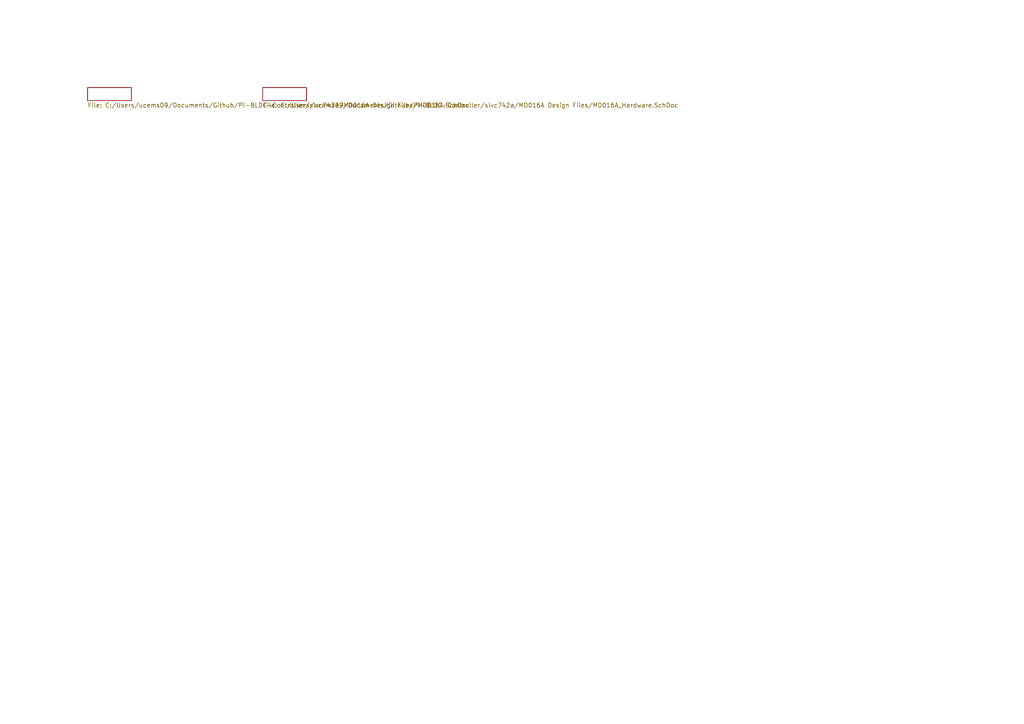
<source format=kicad_sch>
(kicad_sch
	(version 20250114)
	(generator "eeschema")
	(generator_version "9.0")
	(uuid "9bc0b093-2bd5-410a-8b31-b4127ef616ad")
	(paper "A4")
	(lib_symbols)
	(sheet
		(at 76.2 25.4)
		(size 12.7 3.81)
		(exclude_from_sim no)
		(in_bom yes)
		(on_board yes)
		(dnp no)
		(fields_autoplaced yes)
		(stroke
			(width 0)
			(type solid)
		)
		(fill
			(color 0 0 0 0.0000)
		)
		(uuid "523fb197-20f6-481e-86da-4b36b9264188")
		(property "Sheetname" ""
			(at 76.2 24.6884 0)
			(effects
				(font
					(size 1.27 1.27)
				)
				(justify left bottom)
			)
		)
		(property "Sheetfile" "C:/Users/ucems09/Documents/Github/Pi-BLDC-Controller/slvc742a/MD016A Design Files/MD016A_Hardware.SchDoc"
			(at 76.2 29.7946 0)
			(effects
				(font
					(size 1.27 1.27)
				)
				(justify left top)
			)
		)
		(instances
			(project "MD016A"
				(path "/9bc0b093-2bd5-410a-8b31-b4127ef616ad"
					(page "3")
				)
			)
		)
	)
	(sheet
		(at 25.4 25.4)
		(size 12.7 3.81)
		(exclude_from_sim no)
		(in_bom yes)
		(on_board yes)
		(dnp no)
		(fields_autoplaced yes)
		(stroke
			(width 0)
			(type solid)
		)
		(fill
			(color 0 0 0 0.0000)
		)
		(uuid "d77666b2-64e0-4e7a-a99b-e84ab07bbeed")
		(property "Sheetname" ""
			(at 25.4 24.6884 0)
			(effects
				(font
					(size 1.27 1.27)
				)
				(justify left bottom)
			)
		)
		(property "Sheetfile" "C:/Users/ucems09/Documents/Github/Pi-BLDC-Controller/slvc742a/MD016A Design Files/MD016A.SchDoc"
			(at 25.4 29.7946 0)
			(effects
				(font
					(size 1.27 1.27)
				)
				(justify left top)
			)
		)
		(instances
			(project "MD016A"
				(path "/9bc0b093-2bd5-410a-8b31-b4127ef616ad"
					(page "2")
				)
			)
		)
	)
	(sheet_instances
		(path "/"
			(page "#")
		)
	)
	(embedded_fonts no)
)

</source>
